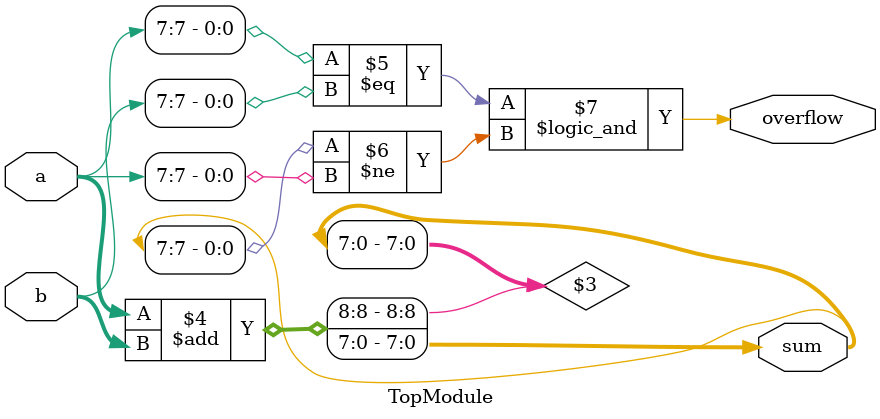
<source format=sv>
module TopModule (
    input logic signed [7:0] a,
    input logic signed [7:0] b,
    output logic signed [7:0] sum,
    output logic overflow
);

    always @(*) begin
        logic signed [8:0] extended_sum;
        extended_sum = a + b;
        sum = extended_sum[7:0];
        overflow = (a[7] == b[7]) && (sum[7] != a[7]);
    end

endmodule
</source>
